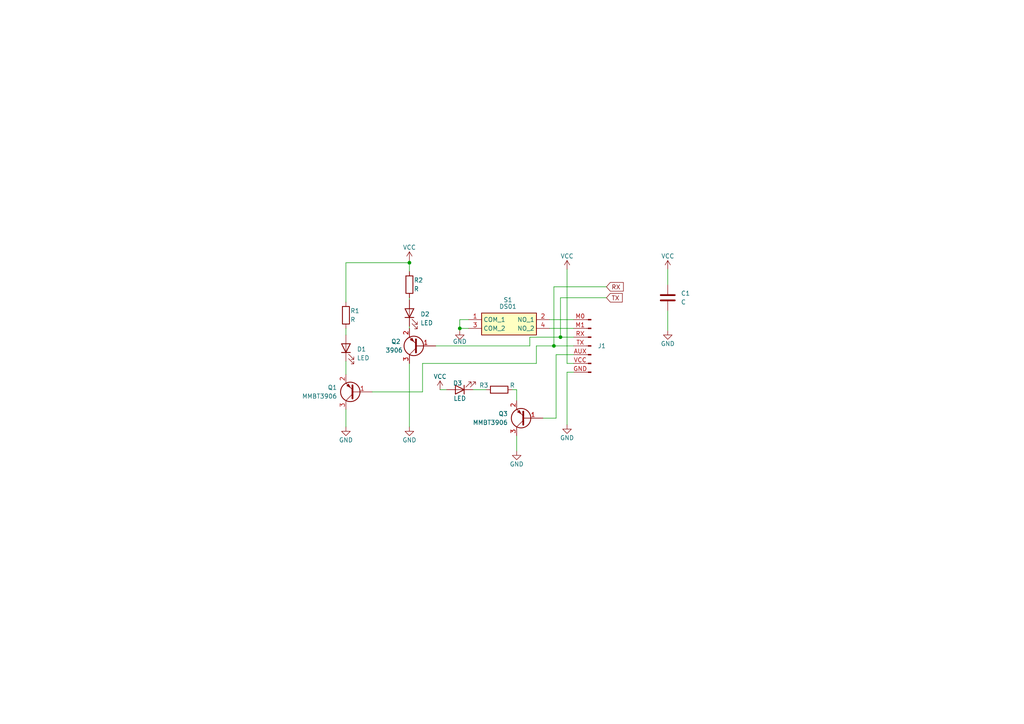
<source format=kicad_sch>
(kicad_sch (version 20230121) (generator eeschema)

  (uuid 1cc44aae-37f2-4bdc-827c-893f3f4ea2ba)

  (paper "A4")

  (lib_symbols
    (symbol "Connector:Conn_01x07_Pin" (pin_names (offset 1.016) hide) (in_bom yes) (on_board yes)
      (property "Reference" "J1" (at -1.905 0 0)
        (effects (font (size 1.27 1.27)) (justify right))
      )
      (property "Value" "Conn_01x07_Pin" (at -1.905 -1.27 0)
        (effects (font (size 1.27 1.27)) (justify right) hide)
      )
      (property "Footprint" "" (at 0 0 0)
        (effects (font (size 1.27 1.27)) hide)
      )
      (property "Datasheet" "~" (at 0 0 0)
        (effects (font (size 1.27 1.27)) hide)
      )
      (property "ki_locked" "" (at 0 0 0)
        (effects (font (size 1.27 1.27)))
      )
      (property "ki_keywords" "connector" (at 0 0 0)
        (effects (font (size 1.27 1.27)) hide)
      )
      (property "ki_description" "Generic connector, single row, 01x07, script generated" (at 0 0 0)
        (effects (font (size 1.27 1.27)) hide)
      )
      (property "ki_fp_filters" "Connector*:*_1x??_*" (at 0 0 0)
        (effects (font (size 1.27 1.27)) hide)
      )
      (symbol "Conn_01x07_Pin_1_1"
        (polyline
          (pts
            (xy 1.27 -7.62)
            (xy 0.8636 -7.62)
          )
          (stroke (width 0.1524) (type default))
          (fill (type none))
        )
        (polyline
          (pts
            (xy 1.27 -5.08)
            (xy 0.8636 -5.08)
          )
          (stroke (width 0.1524) (type default))
          (fill (type none))
        )
        (polyline
          (pts
            (xy 1.27 -2.54)
            (xy 0.8636 -2.54)
          )
          (stroke (width 0.1524) (type default))
          (fill (type none))
        )
        (polyline
          (pts
            (xy 1.27 0)
            (xy 0.8636 0)
          )
          (stroke (width 0.1524) (type default))
          (fill (type none))
        )
        (polyline
          (pts
            (xy 1.27 2.54)
            (xy 0.8636 2.54)
          )
          (stroke (width 0.1524) (type default))
          (fill (type none))
        )
        (polyline
          (pts
            (xy 1.27 5.08)
            (xy 0.8636 5.08)
          )
          (stroke (width 0.1524) (type default))
          (fill (type none))
        )
        (polyline
          (pts
            (xy 1.27 7.62)
            (xy 0.8636 7.62)
          )
          (stroke (width 0.1524) (type default))
          (fill (type none))
        )
        (rectangle (start 0.8636 -7.493) (end 0 -7.747)
          (stroke (width 0.1524) (type default))
          (fill (type outline))
        )
        (rectangle (start 0.8636 -4.953) (end 0 -5.207)
          (stroke (width 0.1524) (type default))
          (fill (type outline))
        )
        (rectangle (start 0.8636 -2.413) (end 0 -2.667)
          (stroke (width 0.1524) (type default))
          (fill (type outline))
        )
        (rectangle (start 0.8636 0.127) (end 0 -0.127)
          (stroke (width 0.1524) (type default))
          (fill (type outline))
        )
        (rectangle (start 0.8636 2.667) (end 0 2.413)
          (stroke (width 0.1524) (type default))
          (fill (type outline))
        )
        (rectangle (start 0.8636 5.207) (end 0 4.953)
          (stroke (width 0.1524) (type default))
          (fill (type outline))
        )
        (rectangle (start 0.8636 7.747) (end 0 7.493)
          (stroke (width 0.1524) (type default))
          (fill (type outline))
        )
        (pin passive line (at 5.08 -2.54 180) (length 3.81)
          (name "AUX" (effects (font (size 1.27 1.27))))
          (number "AUX" (effects (font (size 1.27 1.27))))
        )
        (pin passive line (at 5.08 -7.62 180) (length 3.81)
          (name "GND" (effects (font (size 1.27 1.27))))
          (number "GND" (effects (font (size 1.27 1.27))))
        )
        (pin passive line (at 5.08 7.62 180) (length 3.81)
          (name "M0" (effects (font (size 1.27 1.27))))
          (number "M0" (effects (font (size 1.27 1.27))))
        )
        (pin input line (at 5.08 5.08 180) (length 3.81)
          (name "M1" (effects (font (size 1.27 1.27))))
          (number "M1" (effects (font (size 1.27 1.27))))
        )
        (pin passive line (at 5.08 2.54 180) (length 3.81)
          (name "RX" (effects (font (size 1.27 1.27))))
          (number "RX" (effects (font (size 1.27 1.27))))
        )
        (pin passive line (at 5.08 0 180) (length 3.81)
          (name "TX" (effects (font (size 1.27 1.27))))
          (number "TX" (effects (font (size 1.27 1.27))))
        )
        (pin passive line (at 5.08 -5.08 180) (length 3.81)
          (name "VCC" (effects (font (size 1.27 1.27))))
          (number "VCC" (effects (font (size 1.27 1.27))))
        )
      )
    )
    (symbol "DS01-254-S-02BE:DS01-254-S-02BE" (in_bom yes) (on_board yes)
      (property "Reference" "S1" (at 13.335 5.715 0)
        (effects (font (size 1.27 1.27)))
      )
      (property "Value" "DS01" (at 13.335 3.81 0)
        (effects (font (size 1.27 1.27)))
      )
      (property "Footprint" "DS01254S02BE" (at 26.67 -94.92 0)
        (effects (font (size 1.27 1.27)) (justify left top) hide)
      )
      (property "Datasheet" "" (at 26.67 -194.92 0)
        (effects (font (size 1.27 1.27)) (justify left top) hide)
      )
      (property "Height" "7" (at 26.67 -394.92 0)
        (effects (font (size 1.27 1.27)) (justify left top) hide)
      )
      (property "Mouser Part Number" "490-DS01-254-S-02BE" (at 26.67 -494.92 0)
        (effects (font (size 1.27 1.27)) (justify left top) hide)
      )
      (property "Mouser Price/Stock" "https://www.mouser.co.uk/ProductDetail/CUI-Devices/DS01-254-S-02BE?qs=wnTfsH77Xs5TMuWKJlzVww%3D%3D" (at 26.67 -594.92 0)
        (effects (font (size 1.27 1.27)) (justify left top) hide)
      )
      (property "Manufacturer_Name" "CUI Devices" (at 26.67 -694.92 0)
        (effects (font (size 1.27 1.27)) (justify left top) hide)
      )
      (property "Manufacturer_Part_Number" "DS01-254-S-02BE" (at 26.67 -794.92 0)
        (effects (font (size 1.27 1.27)) (justify left top) hide)
      )
      (property "ki_description" "DIP Switches / SIP Switches DIP Switch, SPST, 2.54 pitch, raised actuator, flat bottom, Short pin, 2 position, Blue" (at 0 0 0)
        (effects (font (size 1.27 1.27)) hide)
      )
      (symbol "DS01-254-S-02BE_1_1"
        (rectangle (start 5.08 1.905) (end 20.955 -4.445)
          (stroke (width 0.254) (type default))
          (fill (type background))
        )
        (pin passive line (at 24.765 0 180) (length 3.81)
          (name "COM_1" (effects (font (size 1.27 1.27))))
          (number "1" (effects (font (size 1.27 1.27))))
        )
        (pin passive line (at 1.27 0 0) (length 3.81)
          (name "NO_1" (effects (font (size 1.27 1.27))))
          (number "2" (effects (font (size 1.27 1.27))))
        )
        (pin passive line (at 24.765 -2.54 180) (length 3.81)
          (name "COM_2" (effects (font (size 1.27 1.27))))
          (number "3" (effects (font (size 1.27 1.27))))
        )
        (pin passive line (at 1.27 -2.54 0) (length 3.81)
          (name "NO_2" (effects (font (size 1.27 1.27))))
          (number "4" (effects (font (size 1.27 1.27))))
        )
      )
    )
    (symbol "Device:C" (pin_numbers hide) (pin_names (offset 0.254)) (in_bom yes) (on_board yes)
      (property "Reference" "C" (at 0.635 2.54 0)
        (effects (font (size 1.27 1.27)) (justify left))
      )
      (property "Value" "C" (at 0.635 -2.54 0)
        (effects (font (size 1.27 1.27)) (justify left))
      )
      (property "Footprint" "" (at 0.9652 -3.81 0)
        (effects (font (size 1.27 1.27)) hide)
      )
      (property "Datasheet" "~" (at 0 0 0)
        (effects (font (size 1.27 1.27)) hide)
      )
      (property "ki_keywords" "cap capacitor" (at 0 0 0)
        (effects (font (size 1.27 1.27)) hide)
      )
      (property "ki_description" "Unpolarized capacitor" (at 0 0 0)
        (effects (font (size 1.27 1.27)) hide)
      )
      (property "ki_fp_filters" "C_*" (at 0 0 0)
        (effects (font (size 1.27 1.27)) hide)
      )
      (symbol "C_0_1"
        (polyline
          (pts
            (xy -2.032 -0.762)
            (xy 2.032 -0.762)
          )
          (stroke (width 0.508) (type default))
          (fill (type none))
        )
        (polyline
          (pts
            (xy -2.032 0.762)
            (xy 2.032 0.762)
          )
          (stroke (width 0.508) (type default))
          (fill (type none))
        )
      )
      (symbol "C_1_1"
        (pin passive line (at 0 3.81 270) (length 2.794)
          (name "~" (effects (font (size 1.27 1.27))))
          (number "1" (effects (font (size 1.27 1.27))))
        )
        (pin passive line (at 0 -3.81 90) (length 2.794)
          (name "~" (effects (font (size 1.27 1.27))))
          (number "2" (effects (font (size 1.27 1.27))))
        )
      )
    )
    (symbol "Device:LED" (pin_numbers hide) (pin_names (offset 1.016) hide) (in_bom yes) (on_board yes)
      (property "Reference" "D" (at 0 2.54 0)
        (effects (font (size 1.27 1.27)))
      )
      (property "Value" "LED" (at 0 -2.54 0)
        (effects (font (size 1.27 1.27)))
      )
      (property "Footprint" "" (at 0 0 0)
        (effects (font (size 1.27 1.27)) hide)
      )
      (property "Datasheet" "~" (at 0 0 0)
        (effects (font (size 1.27 1.27)) hide)
      )
      (property "ki_keywords" "LED diode" (at 0 0 0)
        (effects (font (size 1.27 1.27)) hide)
      )
      (property "ki_description" "Light emitting diode" (at 0 0 0)
        (effects (font (size 1.27 1.27)) hide)
      )
      (property "ki_fp_filters" "LED* LED_SMD:* LED_THT:*" (at 0 0 0)
        (effects (font (size 1.27 1.27)) hide)
      )
      (symbol "LED_0_1"
        (polyline
          (pts
            (xy -1.27 -1.27)
            (xy -1.27 1.27)
          )
          (stroke (width 0.254) (type default))
          (fill (type none))
        )
        (polyline
          (pts
            (xy -1.27 0)
            (xy 1.27 0)
          )
          (stroke (width 0) (type default))
          (fill (type none))
        )
        (polyline
          (pts
            (xy 1.27 -1.27)
            (xy 1.27 1.27)
            (xy -1.27 0)
            (xy 1.27 -1.27)
          )
          (stroke (width 0.254) (type default))
          (fill (type none))
        )
        (polyline
          (pts
            (xy -3.048 -0.762)
            (xy -4.572 -2.286)
            (xy -3.81 -2.286)
            (xy -4.572 -2.286)
            (xy -4.572 -1.524)
          )
          (stroke (width 0) (type default))
          (fill (type none))
        )
        (polyline
          (pts
            (xy -1.778 -0.762)
            (xy -3.302 -2.286)
            (xy -2.54 -2.286)
            (xy -3.302 -2.286)
            (xy -3.302 -1.524)
          )
          (stroke (width 0) (type default))
          (fill (type none))
        )
      )
      (symbol "LED_1_1"
        (pin passive line (at -3.81 0 0) (length 2.54)
          (name "K" (effects (font (size 1.27 1.27))))
          (number "1" (effects (font (size 1.27 1.27))))
        )
        (pin passive line (at 3.81 0 180) (length 2.54)
          (name "A" (effects (font (size 1.27 1.27))))
          (number "2" (effects (font (size 1.27 1.27))))
        )
      )
    )
    (symbol "Device:R" (pin_numbers hide) (pin_names (offset 0)) (in_bom yes) (on_board yes)
      (property "Reference" "R" (at 2.032 0 90)
        (effects (font (size 1.27 1.27)))
      )
      (property "Value" "R" (at 0 0 90)
        (effects (font (size 1.27 1.27)))
      )
      (property "Footprint" "" (at -1.778 0 90)
        (effects (font (size 1.27 1.27)) hide)
      )
      (property "Datasheet" "~" (at 0 0 0)
        (effects (font (size 1.27 1.27)) hide)
      )
      (property "ki_keywords" "R res resistor" (at 0 0 0)
        (effects (font (size 1.27 1.27)) hide)
      )
      (property "ki_description" "Resistor" (at 0 0 0)
        (effects (font (size 1.27 1.27)) hide)
      )
      (property "ki_fp_filters" "R_*" (at 0 0 0)
        (effects (font (size 1.27 1.27)) hide)
      )
      (symbol "R_0_1"
        (rectangle (start -1.016 -2.54) (end 1.016 2.54)
          (stroke (width 0.254) (type default))
          (fill (type none))
        )
      )
      (symbol "R_1_1"
        (pin passive line (at 0 3.81 270) (length 1.27)
          (name "~" (effects (font (size 1.27 1.27))))
          (number "1" (effects (font (size 1.27 1.27))))
        )
        (pin passive line (at 0 -3.81 90) (length 1.27)
          (name "~" (effects (font (size 1.27 1.27))))
          (number "2" (effects (font (size 1.27 1.27))))
        )
      )
    )
    (symbol "Transistor_BJT:MMBT3906" (pin_names (offset 0) hide) (in_bom yes) (on_board yes)
      (property "Reference" "Q" (at 5.08 1.905 0)
        (effects (font (size 1.27 1.27)) (justify left))
      )
      (property "Value" "MMBT3906" (at 5.08 0 0)
        (effects (font (size 1.27 1.27)) (justify left))
      )
      (property "Footprint" "Package_TO_SOT_SMD:SOT-23" (at 5.08 -1.905 0)
        (effects (font (size 1.27 1.27) italic) (justify left) hide)
      )
      (property "Datasheet" "https://www.onsemi.com/pub/Collateral/2N3906-D.PDF" (at 0 0 0)
        (effects (font (size 1.27 1.27)) (justify left) hide)
      )
      (property "ki_keywords" "PNP Transistor" (at 0 0 0)
        (effects (font (size 1.27 1.27)) hide)
      )
      (property "ki_description" "-0.2A Ic, -40V Vce, Small Signal PNP Transistor, SOT-23" (at 0 0 0)
        (effects (font (size 1.27 1.27)) hide)
      )
      (property "ki_fp_filters" "SOT?23*" (at 0 0 0)
        (effects (font (size 1.27 1.27)) hide)
      )
      (symbol "MMBT3906_0_1"
        (polyline
          (pts
            (xy 0.635 0.635)
            (xy 2.54 2.54)
          )
          (stroke (width 0) (type default))
          (fill (type none))
        )
        (polyline
          (pts
            (xy 0.635 -0.635)
            (xy 2.54 -2.54)
            (xy 2.54 -2.54)
          )
          (stroke (width 0) (type default))
          (fill (type none))
        )
        (polyline
          (pts
            (xy 0.635 1.905)
            (xy 0.635 -1.905)
            (xy 0.635 -1.905)
          )
          (stroke (width 0.508) (type default))
          (fill (type none))
        )
        (polyline
          (pts
            (xy 2.286 -1.778)
            (xy 1.778 -2.286)
            (xy 1.27 -1.27)
            (xy 2.286 -1.778)
            (xy 2.286 -1.778)
          )
          (stroke (width 0) (type default))
          (fill (type outline))
        )
        (circle (center 1.27 0) (radius 2.8194)
          (stroke (width 0.254) (type default))
          (fill (type none))
        )
      )
      (symbol "MMBT3906_1_1"
        (pin input line (at -5.08 0 0) (length 5.715)
          (name "B" (effects (font (size 1.27 1.27))))
          (number "1" (effects (font (size 1.27 1.27))))
        )
        (pin passive line (at 2.54 -5.08 90) (length 2.54)
          (name "E" (effects (font (size 1.27 1.27))))
          (number "2" (effects (font (size 1.27 1.27))))
        )
        (pin passive line (at 2.54 5.08 270) (length 2.54)
          (name "C" (effects (font (size 1.27 1.27))))
          (number "3" (effects (font (size 1.27 1.27))))
        )
      )
    )
    (symbol "power:GND" (power) (pin_names (offset 0)) (in_bom yes) (on_board yes)
      (property "Reference" "#PWR" (at 0 -6.35 0)
        (effects (font (size 1.27 1.27)) hide)
      )
      (property "Value" "GND" (at 0 -3.81 0)
        (effects (font (size 1.27 1.27)))
      )
      (property "Footprint" "" (at 0 0 0)
        (effects (font (size 1.27 1.27)) hide)
      )
      (property "Datasheet" "" (at 0 0 0)
        (effects (font (size 1.27 1.27)) hide)
      )
      (property "ki_keywords" "global power" (at 0 0 0)
        (effects (font (size 1.27 1.27)) hide)
      )
      (property "ki_description" "Power symbol creates a global label with name \"GND\" , ground" (at 0 0 0)
        (effects (font (size 1.27 1.27)) hide)
      )
      (symbol "GND_0_1"
        (polyline
          (pts
            (xy 0 0)
            (xy 0 -1.27)
            (xy 1.27 -1.27)
            (xy 0 -2.54)
            (xy -1.27 -1.27)
            (xy 0 -1.27)
          )
          (stroke (width 0) (type default))
          (fill (type none))
        )
      )
      (symbol "GND_1_1"
        (pin power_in line (at 0 0 270) (length 0) hide
          (name "GND" (effects (font (size 1.27 1.27))))
          (number "1" (effects (font (size 1.27 1.27))))
        )
      )
    )
    (symbol "power:VCC" (power) (pin_names (offset 0)) (in_bom yes) (on_board yes)
      (property "Reference" "#PWR" (at 0 -3.81 0)
        (effects (font (size 1.27 1.27)) hide)
      )
      (property "Value" "VCC" (at 0 3.81 0)
        (effects (font (size 1.27 1.27)))
      )
      (property "Footprint" "" (at 0 0 0)
        (effects (font (size 1.27 1.27)) hide)
      )
      (property "Datasheet" "" (at 0 0 0)
        (effects (font (size 1.27 1.27)) hide)
      )
      (property "ki_keywords" "global power" (at 0 0 0)
        (effects (font (size 1.27 1.27)) hide)
      )
      (property "ki_description" "Power symbol creates a global label with name \"VCC\"" (at 0 0 0)
        (effects (font (size 1.27 1.27)) hide)
      )
      (symbol "VCC_0_1"
        (polyline
          (pts
            (xy -0.762 1.27)
            (xy 0 2.54)
          )
          (stroke (width 0) (type default))
          (fill (type none))
        )
        (polyline
          (pts
            (xy 0 0)
            (xy 0 2.54)
          )
          (stroke (width 0) (type default))
          (fill (type none))
        )
        (polyline
          (pts
            (xy 0 2.54)
            (xy 0.762 1.27)
          )
          (stroke (width 0) (type default))
          (fill (type none))
        )
      )
      (symbol "VCC_1_1"
        (pin power_in line (at 0 0 90) (length 0) hide
          (name "VCC" (effects (font (size 1.27 1.27))))
          (number "1" (effects (font (size 1.27 1.27))))
        )
      )
    )
  )

  (junction (at 118.745 76.2) (diameter 0) (color 0 0 0 0)
    (uuid 024365cf-4513-43b4-94d6-b4fdccb1d95e)
  )
  (junction (at 160.655 100.33) (diameter 0) (color 0 0 0 0)
    (uuid 47e40843-38b4-4bc6-ba25-8f9f3ced0669)
  )
  (junction (at 162.56 97.79) (diameter 0) (color 0 0 0 0)
    (uuid 6d176b91-6a65-4400-9122-c6c55b8cc5f9)
  )
  (junction (at 133.35 95.25) (diameter 0) (color 0 0 0 0)
    (uuid 6ea25208-2498-441f-9414-8542ebf3b812)
  )

  (wire (pts (xy 175.895 86.36) (xy 162.56 86.36))
    (stroke (width 0) (type default))
    (uuid 0234f2e4-527b-47a0-ba06-f25fcce45a37)
  )
  (wire (pts (xy 175.895 83.185) (xy 160.655 83.185))
    (stroke (width 0) (type default))
    (uuid 12d42688-a64f-43cc-ab09-a4b8b67d4f48)
  )
  (wire (pts (xy 100.33 76.2) (xy 118.745 76.2))
    (stroke (width 0) (type default))
    (uuid 1b1f12b7-6179-4170-bd00-df4295acbc64)
  )
  (wire (pts (xy 133.35 92.71) (xy 133.35 95.25))
    (stroke (width 0) (type default))
    (uuid 1ccbda6a-44bc-4680-a8fe-fada3b3c16f7)
  )
  (wire (pts (xy 153.67 100.33) (xy 126.365 100.33))
    (stroke (width 0) (type default))
    (uuid 41392eaf-3c7a-4754-b147-75ba4fa661a5)
  )
  (wire (pts (xy 159.385 95.25) (xy 166.37 95.25))
    (stroke (width 0) (type default))
    (uuid 41f686d0-873a-45fd-9e3b-04e66fe5ea4b)
  )
  (wire (pts (xy 127.635 113.03) (xy 129.54 113.03))
    (stroke (width 0) (type default))
    (uuid 480fc1b1-3607-49fd-8835-5ec138a776bd)
  )
  (wire (pts (xy 118.745 75.565) (xy 118.745 76.2))
    (stroke (width 0) (type default))
    (uuid 49580e08-5aea-421c-93e3-a0f8160375fa)
  )
  (wire (pts (xy 118.745 105.41) (xy 118.745 123.825))
    (stroke (width 0) (type default))
    (uuid 54e9f9f1-af69-4a74-9294-bc6954287c9e)
  )
  (wire (pts (xy 155.575 105.41) (xy 155.575 100.33))
    (stroke (width 0) (type default))
    (uuid 5765c6dd-5055-47dd-9dc9-322e5c62b69b)
  )
  (wire (pts (xy 118.745 94.615) (xy 118.745 95.25))
    (stroke (width 0) (type default))
    (uuid 598e20c2-1fae-4563-98e0-8fca8619e013)
  )
  (wire (pts (xy 122.555 105.41) (xy 122.555 113.665))
    (stroke (width 0) (type default))
    (uuid 5c5b9bda-62fa-473b-863a-b6b1ec1aaf70)
  )
  (wire (pts (xy 162.56 86.36) (xy 162.56 97.79))
    (stroke (width 0) (type default))
    (uuid 5e065bdb-7ef1-4b58-a5db-102c921b49e6)
  )
  (wire (pts (xy 164.465 105.41) (xy 164.465 78.105))
    (stroke (width 0) (type default))
    (uuid 5e17848c-23f2-4f56-9faf-663377f0981a)
  )
  (wire (pts (xy 148.59 113.03) (xy 149.86 113.03))
    (stroke (width 0) (type default))
    (uuid 648a6ea6-9817-4b0e-acb1-1eb66d6c2545)
  )
  (wire (pts (xy 155.575 100.33) (xy 160.655 100.33))
    (stroke (width 0) (type default))
    (uuid 64e8b404-a9e8-46ab-a180-65db896dafc7)
  )
  (wire (pts (xy 166.37 102.87) (xy 161.29 102.87))
    (stroke (width 0) (type default))
    (uuid 683a6f63-994c-498d-bc9e-0457ae262e6e)
  )
  (wire (pts (xy 161.29 102.87) (xy 161.29 121.285))
    (stroke (width 0) (type default))
    (uuid 6f897d85-d37a-4af5-a387-45585d8de581)
  )
  (wire (pts (xy 161.29 121.285) (xy 157.48 121.285))
    (stroke (width 0) (type default))
    (uuid 763e0f59-7cf8-4cd7-9507-790a549e7b56)
  )
  (wire (pts (xy 162.56 97.79) (xy 153.67 97.79))
    (stroke (width 0) (type default))
    (uuid 7717a432-9108-436e-92d0-d25bffa8370e)
  )
  (wire (pts (xy 166.37 97.79) (xy 162.56 97.79))
    (stroke (width 0) (type default))
    (uuid 78a6ef40-43aa-4da7-8c1d-acc950afc7f0)
  )
  (wire (pts (xy 193.675 90.17) (xy 193.675 95.885))
    (stroke (width 0) (type default))
    (uuid 7e0b0f57-7e27-4c5a-b90b-2fe99c26bb13)
  )
  (wire (pts (xy 100.33 76.2) (xy 100.33 87.63))
    (stroke (width 0) (type default))
    (uuid 826f64dd-59df-4262-9030-9e2841262f8b)
  )
  (wire (pts (xy 135.89 92.71) (xy 133.35 92.71))
    (stroke (width 0) (type default))
    (uuid 830fe9ce-056c-4d6c-994b-b3287a4900c3)
  )
  (wire (pts (xy 166.37 105.41) (xy 164.465 105.41))
    (stroke (width 0) (type default))
    (uuid 8712f552-f94f-464f-a038-85fee52e5140)
  )
  (wire (pts (xy 149.86 113.03) (xy 149.86 116.205))
    (stroke (width 0) (type default))
    (uuid 9dd54831-7e90-4c61-a8c7-9f0556585566)
  )
  (wire (pts (xy 118.745 86.36) (xy 118.745 86.995))
    (stroke (width 0) (type default))
    (uuid 9f33f86b-fe62-40f7-b5a5-4b9d2a1f68cd)
  )
  (wire (pts (xy 160.655 83.185) (xy 160.655 100.33))
    (stroke (width 0) (type default))
    (uuid a4138631-012b-4652-8d04-0e6902ed9381)
  )
  (wire (pts (xy 100.33 108.585) (xy 100.33 104.775))
    (stroke (width 0) (type default))
    (uuid b0281658-b2ef-4a1a-95e4-78610806aade)
  )
  (wire (pts (xy 160.655 100.33) (xy 166.37 100.33))
    (stroke (width 0) (type default))
    (uuid b0d35495-ab3a-4bce-8f0f-315750d5a919)
  )
  (wire (pts (xy 135.89 95.25) (xy 133.35 95.25))
    (stroke (width 0) (type default))
    (uuid b10cc072-4d8c-446f-82a5-84151942fd90)
  )
  (wire (pts (xy 164.465 123.19) (xy 164.465 107.95))
    (stroke (width 0) (type default))
    (uuid b5436203-e8cb-4104-b5c4-0b0ad5ea5128)
  )
  (wire (pts (xy 149.86 130.81) (xy 149.86 126.365))
    (stroke (width 0) (type default))
    (uuid b780186d-8d09-429c-9d1b-333921040f61)
  )
  (wire (pts (xy 137.16 113.03) (xy 140.97 113.03))
    (stroke (width 0) (type default))
    (uuid ba884830-f1da-43ea-b99d-0320e271b016)
  )
  (wire (pts (xy 100.33 95.25) (xy 100.33 97.155))
    (stroke (width 0) (type default))
    (uuid c4a3bf32-caa1-43a5-92b8-9737a2f376b2)
  )
  (wire (pts (xy 153.67 97.79) (xy 153.67 100.33))
    (stroke (width 0) (type default))
    (uuid c626ba2f-e136-462d-aab9-5fe4309aa26c)
  )
  (wire (pts (xy 122.555 113.665) (xy 107.95 113.665))
    (stroke (width 0) (type default))
    (uuid ce0f0d69-d144-4f1b-89d1-e39bc15f6f3d)
  )
  (wire (pts (xy 159.385 92.71) (xy 166.37 92.71))
    (stroke (width 0) (type default))
    (uuid ce1a7253-cb5f-4eda-942d-ba8bd5b6c353)
  )
  (wire (pts (xy 118.745 76.2) (xy 118.745 78.74))
    (stroke (width 0) (type default))
    (uuid dd9b0257-ae3f-48f8-9545-5d3d24d1bd4e)
  )
  (wire (pts (xy 193.675 78.105) (xy 193.675 82.55))
    (stroke (width 0) (type default))
    (uuid e14296a7-86af-4107-8c46-bde40f140e25)
  )
  (wire (pts (xy 100.33 118.745) (xy 100.33 123.825))
    (stroke (width 0) (type default))
    (uuid e87fbb89-8bbb-42d2-a32c-ce8e7c785769)
  )
  (wire (pts (xy 122.555 105.41) (xy 155.575 105.41))
    (stroke (width 0) (type default))
    (uuid ed61cdda-9f52-48d6-82dd-f1e81637c709)
  )
  (wire (pts (xy 164.465 107.95) (xy 166.37 107.95))
    (stroke (width 0) (type default))
    (uuid ef5b7fb8-8cf6-4a5b-9bbf-2c7de0cfd873)
  )
  (wire (pts (xy 133.35 95.25) (xy 133.35 95.885))
    (stroke (width 0) (type default))
    (uuid f5db6a0f-f59b-4910-b4ac-5b2930c26647)
  )

  (global_label "RX" (shape input) (at 175.895 83.185 0) (fields_autoplaced)
    (effects (font (size 1.27 1.27)) (justify left))
    (uuid 7d279125-a885-45ca-8efe-48fff7cce8d0)
    (property "Intersheetrefs" "${INTERSHEET_REFS}" (at 181.2803 83.185 0)
      (effects (font (size 1.27 1.27)) (justify left) hide)
    )
  )
  (global_label "TX" (shape input) (at 175.895 86.36 0) (fields_autoplaced)
    (effects (font (size 1.27 1.27)) (justify left))
    (uuid f46fad43-07fa-429f-b588-5fec2d5a4b95)
    (property "Intersheetrefs" "${INTERSHEET_REFS}" (at 180.9779 86.36 0)
      (effects (font (size 1.27 1.27)) (justify left) hide)
    )
  )

  (symbol (lib_id "power:GND") (at 118.745 123.825 0) (unit 1)
    (in_bom yes) (on_board yes) (dnp no)
    (uuid 058f486e-6991-4933-b1f6-dc67f5d91139)
    (property "Reference" "#PWR03" (at 118.745 130.175 0)
      (effects (font (size 1.27 1.27)) hide)
    )
    (property "Value" "GND" (at 118.745 127.635 0)
      (effects (font (size 1.27 1.27)))
    )
    (property "Footprint" "" (at 118.745 123.825 0)
      (effects (font (size 1.27 1.27)) hide)
    )
    (property "Datasheet" "" (at 118.745 123.825 0)
      (effects (font (size 1.27 1.27)) hide)
    )
    (pin "1" (uuid 40c98096-2605-4737-9124-da01f7ccef34))
    (instances
      (project "0036_LORA_Module_E32-433T30D"
        (path "/1cc44aae-37f2-4bdc-827c-893f3f4ea2ba"
          (reference "#PWR03") (unit 1)
        )
      )
    )
  )

  (symbol (lib_id "power:GND") (at 100.33 123.825 0) (unit 1)
    (in_bom yes) (on_board yes) (dnp no)
    (uuid 0b9b04b9-babb-4972-b735-7f63ac219659)
    (property "Reference" "#PWR02" (at 100.33 130.175 0)
      (effects (font (size 1.27 1.27)) hide)
    )
    (property "Value" "GND" (at 100.33 127.635 0)
      (effects (font (size 1.27 1.27)))
    )
    (property "Footprint" "" (at 100.33 123.825 0)
      (effects (font (size 1.27 1.27)) hide)
    )
    (property "Datasheet" "" (at 100.33 123.825 0)
      (effects (font (size 1.27 1.27)) hide)
    )
    (pin "1" (uuid 015b2f04-e412-48e8-8a6a-9f60199fabb9))
    (instances
      (project "0036_LORA_Module_E32-433T30D"
        (path "/1cc44aae-37f2-4bdc-827c-893f3f4ea2ba"
          (reference "#PWR02") (unit 1)
        )
      )
    )
  )

  (symbol (lib_id "Transistor_BJT:MMBT3906") (at 121.285 100.33 180) (unit 1)
    (in_bom yes) (on_board yes) (dnp no)
    (uuid 0c4ec381-f85c-4be1-8ddd-450881dfe4fd)
    (property "Reference" "Q2" (at 116.205 99.06 0)
      (effects (font (size 1.27 1.27)) (justify left))
    )
    (property "Value" "3906" (at 116.84 101.6 0)
      (effects (font (size 1.27 1.27)) (justify left))
    )
    (property "Footprint" "Package_TO_SOT_SMD:SOT-23" (at 116.205 98.425 0)
      (effects (font (size 1.27 1.27) italic) (justify left) hide)
    )
    (property "Datasheet" "https://www.onsemi.com/pub/Collateral/2N3906-D.PDF" (at 121.285 100.33 0)
      (effects (font (size 1.27 1.27)) (justify left) hide)
    )
    (pin "1" (uuid 91d78b92-ba30-4da6-b4e8-21659bfed587))
    (pin "2" (uuid 32e4c795-c83c-4dc6-9a78-8443629be161))
    (pin "3" (uuid 0771165f-3a25-4a99-9140-b0212c8a6c8e))
    (instances
      (project "0036_LORA_Module_E32-433T30D"
        (path "/1cc44aae-37f2-4bdc-827c-893f3f4ea2ba"
          (reference "Q2") (unit 1)
        )
      )
    )
  )

  (symbol (lib_id "Transistor_BJT:MMBT3906") (at 102.87 113.665 180) (unit 1)
    (in_bom yes) (on_board yes) (dnp no) (fields_autoplaced)
    (uuid 0e6052a3-bdf3-401d-9cd4-b43261d493c4)
    (property "Reference" "Q1" (at 97.79 112.395 0)
      (effects (font (size 1.27 1.27)) (justify left))
    )
    (property "Value" "MMBT3906" (at 97.79 114.935 0)
      (effects (font (size 1.27 1.27)) (justify left))
    )
    (property "Footprint" "Package_TO_SOT_SMD:SOT-23" (at 97.79 111.76 0)
      (effects (font (size 1.27 1.27) italic) (justify left) hide)
    )
    (property "Datasheet" "https://www.onsemi.com/pub/Collateral/2N3906-D.PDF" (at 102.87 113.665 0)
      (effects (font (size 1.27 1.27)) (justify left) hide)
    )
    (pin "1" (uuid f4c5fde0-164f-4798-9c01-8733e03a1416))
    (pin "2" (uuid 16e0ef04-2635-40b8-ad83-aac14c0bca83))
    (pin "3" (uuid bf15993f-0ff9-4d72-a188-02cc000fac35))
    (instances
      (project "0036_LORA_Module_E32-433T30D"
        (path "/1cc44aae-37f2-4bdc-827c-893f3f4ea2ba"
          (reference "Q1") (unit 1)
        )
      )
    )
  )

  (symbol (lib_id "power:GND") (at 164.465 123.19 0) (unit 1)
    (in_bom yes) (on_board yes) (dnp no)
    (uuid 15174e79-070d-4b0f-ae50-1dcafd439a8c)
    (property "Reference" "#PWR07" (at 164.465 129.54 0)
      (effects (font (size 1.27 1.27)) hide)
    )
    (property "Value" "GND" (at 164.465 127 0)
      (effects (font (size 1.27 1.27)))
    )
    (property "Footprint" "" (at 164.465 123.19 0)
      (effects (font (size 1.27 1.27)) hide)
    )
    (property "Datasheet" "" (at 164.465 123.19 0)
      (effects (font (size 1.27 1.27)) hide)
    )
    (pin "1" (uuid bd84910f-8a34-4409-ae82-fbefb4bb62d9))
    (instances
      (project "0036_LORA_Module_E32-433T30D"
        (path "/1cc44aae-37f2-4bdc-827c-893f3f4ea2ba"
          (reference "#PWR07") (unit 1)
        )
      )
    )
  )

  (symbol (lib_id "power:VCC") (at 164.465 78.105 0) (unit 1)
    (in_bom yes) (on_board yes) (dnp no)
    (uuid 160eac55-25aa-4210-895a-f882d547d11f)
    (property "Reference" "#PWR08" (at 164.465 81.915 0)
      (effects (font (size 1.27 1.27)) hide)
    )
    (property "Value" "VCC" (at 164.465 74.295 0)
      (effects (font (size 1.27 1.27)))
    )
    (property "Footprint" "" (at 164.465 78.105 0)
      (effects (font (size 1.27 1.27)) hide)
    )
    (property "Datasheet" "" (at 164.465 78.105 0)
      (effects (font (size 1.27 1.27)) hide)
    )
    (pin "1" (uuid 85eaaf8e-04d4-4299-81f5-5930e2315283))
    (instances
      (project "0036_LORA_Module_E32-433T30D"
        (path "/1cc44aae-37f2-4bdc-827c-893f3f4ea2ba"
          (reference "#PWR08") (unit 1)
        )
      )
    )
  )

  (symbol (lib_id "power:GND") (at 149.86 130.81 0) (unit 1)
    (in_bom yes) (on_board yes) (dnp no)
    (uuid 176d3ce2-06d0-4ee0-abdc-90c7f6d496f9)
    (property "Reference" "#PWR05" (at 149.86 137.16 0)
      (effects (font (size 1.27 1.27)) hide)
    )
    (property "Value" "GND" (at 149.86 134.62 0)
      (effects (font (size 1.27 1.27)))
    )
    (property "Footprint" "" (at 149.86 130.81 0)
      (effects (font (size 1.27 1.27)) hide)
    )
    (property "Datasheet" "" (at 149.86 130.81 0)
      (effects (font (size 1.27 1.27)) hide)
    )
    (pin "1" (uuid 8629d1f3-e502-47dc-846a-de29854e3b5a))
    (instances
      (project "0036_LORA_Module_E32-433T30D"
        (path "/1cc44aae-37f2-4bdc-827c-893f3f4ea2ba"
          (reference "#PWR05") (unit 1)
        )
      )
    )
  )

  (symbol (lib_id "Device:LED") (at 133.35 113.03 180) (unit 1)
    (in_bom yes) (on_board yes) (dnp no)
    (uuid 21aa7e70-bf97-4b20-bb97-149334605163)
    (property "Reference" "D3" (at 132.715 111.125 0)
      (effects (font (size 1.27 1.27)))
    )
    (property "Value" "LED" (at 133.35 115.57 0)
      (effects (font (size 1.27 1.27)))
    )
    (property "Footprint" "" (at 133.35 113.03 0)
      (effects (font (size 1.27 1.27)) hide)
    )
    (property "Datasheet" "~" (at 133.35 113.03 0)
      (effects (font (size 1.27 1.27)) hide)
    )
    (pin "1" (uuid 458603d8-6630-42c8-a2b2-a7d114e60fc3))
    (pin "2" (uuid aaed908f-6a6f-4121-b21f-98c5a385d3a8))
    (instances
      (project "0036_LORA_Module_E32-433T30D"
        (path "/1cc44aae-37f2-4bdc-827c-893f3f4ea2ba"
          (reference "D3") (unit 1)
        )
      )
    )
  )

  (symbol (lib_id "Device:R") (at 144.78 113.03 90) (unit 1)
    (in_bom yes) (on_board yes) (dnp no)
    (uuid 24f8c919-1909-4f9f-b453-7422de58b28c)
    (property "Reference" "R3" (at 140.335 111.76 90)
      (effects (font (size 1.27 1.27)))
    )
    (property "Value" "R" (at 148.59 111.76 90)
      (effects (font (size 1.27 1.27)))
    )
    (property "Footprint" "" (at 144.78 114.808 90)
      (effects (font (size 1.27 1.27)) hide)
    )
    (property "Datasheet" "~" (at 144.78 113.03 0)
      (effects (font (size 1.27 1.27)) hide)
    )
    (pin "1" (uuid 0623adf0-1b34-433e-bec6-1aafc9c4e142))
    (pin "2" (uuid 6aeed578-7828-43d5-bef7-e9e7825bac3a))
    (instances
      (project "0036_LORA_Module_E32-433T30D"
        (path "/1cc44aae-37f2-4bdc-827c-893f3f4ea2ba"
          (reference "R3") (unit 1)
        )
      )
    )
  )

  (symbol (lib_id "power:GND") (at 193.675 95.885 0) (unit 1)
    (in_bom yes) (on_board yes) (dnp no)
    (uuid 305727e6-eb0d-4246-996c-aaae8f97ff96)
    (property "Reference" "#PWR010" (at 193.675 102.235 0)
      (effects (font (size 1.27 1.27)) hide)
    )
    (property "Value" "GND" (at 193.675 99.695 0)
      (effects (font (size 1.27 1.27)))
    )
    (property "Footprint" "" (at 193.675 95.885 0)
      (effects (font (size 1.27 1.27)) hide)
    )
    (property "Datasheet" "" (at 193.675 95.885 0)
      (effects (font (size 1.27 1.27)) hide)
    )
    (pin "1" (uuid c2c43893-3649-40a6-94cf-94db12a6dd7b))
    (instances
      (project "0036_LORA_Module_E32-433T30D"
        (path "/1cc44aae-37f2-4bdc-827c-893f3f4ea2ba"
          (reference "#PWR010") (unit 1)
        )
      )
    )
  )

  (symbol (lib_id "Device:C") (at 193.675 86.36 0) (unit 1)
    (in_bom yes) (on_board yes) (dnp no) (fields_autoplaced)
    (uuid 4a6985fd-0d6e-4acb-9af7-7865664b5472)
    (property "Reference" "C1" (at 197.485 85.09 0)
      (effects (font (size 1.27 1.27)) (justify left))
    )
    (property "Value" "C" (at 197.485 87.63 0)
      (effects (font (size 1.27 1.27)) (justify left))
    )
    (property "Footprint" "" (at 194.6402 90.17 0)
      (effects (font (size 1.27 1.27)) hide)
    )
    (property "Datasheet" "~" (at 193.675 86.36 0)
      (effects (font (size 1.27 1.27)) hide)
    )
    (pin "1" (uuid 1a68672a-bbdf-4d64-8ad4-3ee671b1e216))
    (pin "2" (uuid 0e9111b9-c199-49e5-bb7e-196221057b8b))
    (instances
      (project "0036_LORA_Module_E32-433T30D"
        (path "/1cc44aae-37f2-4bdc-827c-893f3f4ea2ba"
          (reference "C1") (unit 1)
        )
      )
    )
  )

  (symbol (lib_id "Device:R") (at 100.33 91.44 0) (unit 1)
    (in_bom yes) (on_board yes) (dnp no)
    (uuid 51cd5e05-75a4-4ee6-b321-91ed7d7d2a09)
    (property "Reference" "R1" (at 101.6 90.17 0)
      (effects (font (size 1.27 1.27)) (justify left))
    )
    (property "Value" "R" (at 101.6 92.71 0)
      (effects (font (size 1.27 1.27)) (justify left))
    )
    (property "Footprint" "" (at 98.552 91.44 90)
      (effects (font (size 1.27 1.27)) hide)
    )
    (property "Datasheet" "~" (at 100.33 91.44 0)
      (effects (font (size 1.27 1.27)) hide)
    )
    (pin "1" (uuid 096b85d8-00f7-4fd5-853c-c554f1296f74))
    (pin "2" (uuid 7b22471a-0a41-45cc-b2f4-3a12ff602d15))
    (instances
      (project "0036_LORA_Module_E32-433T30D"
        (path "/1cc44aae-37f2-4bdc-827c-893f3f4ea2ba"
          (reference "R1") (unit 1)
        )
      )
    )
  )

  (symbol (lib_id "Device:R") (at 118.745 82.55 0) (unit 1)
    (in_bom yes) (on_board yes) (dnp no)
    (uuid 53e3a4a9-6dbb-4365-b67e-267027c571d4)
    (property "Reference" "R2" (at 120.015 81.28 0)
      (effects (font (size 1.27 1.27)) (justify left))
    )
    (property "Value" "R" (at 120.015 83.82 0)
      (effects (font (size 1.27 1.27)) (justify left))
    )
    (property "Footprint" "" (at 116.967 82.55 90)
      (effects (font (size 1.27 1.27)) hide)
    )
    (property "Datasheet" "~" (at 118.745 82.55 0)
      (effects (font (size 1.27 1.27)) hide)
    )
    (pin "1" (uuid 27fde770-059c-4d89-9fdb-795a349039dd))
    (pin "2" (uuid 8c172b7f-357d-4373-b5ac-18694d62be79))
    (instances
      (project "0036_LORA_Module_E32-433T30D"
        (path "/1cc44aae-37f2-4bdc-827c-893f3f4ea2ba"
          (reference "R2") (unit 1)
        )
      )
    )
  )

  (symbol (lib_id "Device:LED") (at 100.33 100.965 90) (unit 1)
    (in_bom yes) (on_board yes) (dnp no) (fields_autoplaced)
    (uuid 6bb8341a-8964-46fe-9c1c-c733bf0fee15)
    (property "Reference" "D1" (at 103.505 101.2825 90)
      (effects (font (size 1.27 1.27)) (justify right))
    )
    (property "Value" "LED" (at 103.505 103.8225 90)
      (effects (font (size 1.27 1.27)) (justify right))
    )
    (property "Footprint" "" (at 100.33 100.965 0)
      (effects (font (size 1.27 1.27)) hide)
    )
    (property "Datasheet" "~" (at 100.33 100.965 0)
      (effects (font (size 1.27 1.27)) hide)
    )
    (pin "1" (uuid 1439504a-073c-4c0f-ad96-3122636c848b))
    (pin "2" (uuid 994624b8-6d82-4ef5-a4e6-d73b2972a143))
    (instances
      (project "0036_LORA_Module_E32-433T30D"
        (path "/1cc44aae-37f2-4bdc-827c-893f3f4ea2ba"
          (reference "D1") (unit 1)
        )
      )
    )
  )

  (symbol (lib_id "power:VCC") (at 118.745 75.565 0) (unit 1)
    (in_bom yes) (on_board yes) (dnp no)
    (uuid 82bc0bb1-cfba-484d-8353-15dae11ff6c7)
    (property "Reference" "#PWR01" (at 118.745 79.375 0)
      (effects (font (size 1.27 1.27)) hide)
    )
    (property "Value" "VCC" (at 118.745 71.755 0)
      (effects (font (size 1.27 1.27)))
    )
    (property "Footprint" "" (at 118.745 75.565 0)
      (effects (font (size 1.27 1.27)) hide)
    )
    (property "Datasheet" "" (at 118.745 75.565 0)
      (effects (font (size 1.27 1.27)) hide)
    )
    (pin "1" (uuid c6ae9260-f5b4-4e42-809b-8fe31d9b72b7))
    (instances
      (project "0036_LORA_Module_E32-433T30D"
        (path "/1cc44aae-37f2-4bdc-827c-893f3f4ea2ba"
          (reference "#PWR01") (unit 1)
        )
      )
    )
  )

  (symbol (lib_id "DS01-254-S-02BE:DS01-254-S-02BE") (at 160.655 92.71 0) (mirror y) (unit 1)
    (in_bom yes) (on_board yes) (dnp no)
    (uuid 85964cce-6bc0-4152-938c-47a33a117e94)
    (property "Reference" "S1" (at 147.32 86.995 0)
      (effects (font (size 1.27 1.27)))
    )
    (property "Value" "DS01" (at 147.32 88.9 0)
      (effects (font (size 1.27 1.27)))
    )
    (property "Footprint" "DS01254S02BE" (at 133.985 187.63 0)
      (effects (font (size 1.27 1.27)) (justify left top) hide)
    )
    (property "Datasheet" "" (at 133.985 287.63 0)
      (effects (font (size 1.27 1.27)) (justify left top) hide)
    )
    (property "Height" "7" (at 133.985 487.63 0)
      (effects (font (size 1.27 1.27)) (justify left top) hide)
    )
    (property "Mouser Part Number" "490-DS01-254-S-02BE" (at 133.985 587.63 0)
      (effects (font (size 1.27 1.27)) (justify left top) hide)
    )
    (property "Mouser Price/Stock" "https://www.mouser.co.uk/ProductDetail/CUI-Devices/DS01-254-S-02BE?qs=wnTfsH77Xs5TMuWKJlzVww%3D%3D" (at 133.985 687.63 0)
      (effects (font (size 1.27 1.27)) (justify left top) hide)
    )
    (property "Manufacturer_Name" "CUI Devices" (at 133.985 787.63 0)
      (effects (font (size 1.27 1.27)) (justify left top) hide)
    )
    (property "Manufacturer_Part_Number" "DS01-254-S-02BE" (at 133.985 887.63 0)
      (effects (font (size 1.27 1.27)) (justify left top) hide)
    )
    (pin "1" (uuid 89d83c78-ab2e-4d74-bce1-d2c780f53330))
    (pin "2" (uuid abaec204-b78a-4812-9d33-d67b907e5f6d))
    (pin "3" (uuid 64f96188-fe40-4701-a289-5f689eaf7506))
    (pin "4" (uuid cf7d5626-0b84-4efa-a794-b6ba89a814be))
    (instances
      (project "0036_LORA_Module_E32-433T30D"
        (path "/1cc44aae-37f2-4bdc-827c-893f3f4ea2ba"
          (reference "S1") (unit 1)
        )
      )
    )
  )

  (symbol (lib_id "Connector:Conn_01x07_Pin") (at 171.45 100.33 0) (mirror y) (unit 1)
    (in_bom yes) (on_board yes) (dnp no) (fields_autoplaced)
    (uuid 867ea9ad-8d34-49b3-b084-f60865f61656)
    (property "Reference" "J1" (at 173.355 100.33 0)
      (effects (font (size 1.27 1.27)) (justify right))
    )
    (property "Value" "Conn_01x07_Pin" (at 173.355 101.6 0)
      (effects (font (size 1.27 1.27)) (justify right) hide)
    )
    (property "Footprint" "" (at 171.45 100.33 0)
      (effects (font (size 1.27 1.27)) hide)
    )
    (property "Datasheet" "~" (at 171.45 100.33 0)
      (effects (font (size 1.27 1.27)) hide)
    )
    (pin "AUX" (uuid 27a33730-4345-4d2e-ad12-2e45d71ca029))
    (pin "GND" (uuid 0b5e2669-18d9-4eaf-8063-3127549156ba))
    (pin "M0" (uuid cce8050a-092c-4d74-b8dd-6875e94cc8e4))
    (pin "M1" (uuid ad7381e2-c281-4f3c-9e68-bcdd95984fe3))
    (pin "RX" (uuid 61e6624d-ea24-4132-9eac-8ec53e92fddc))
    (pin "TX" (uuid 64e8b6b1-f89b-401d-956d-389475bdefb3))
    (pin "VCC" (uuid eb8351b2-b18a-4fb5-8ace-ba3f325083e9))
    (instances
      (project "0036_LORA_Module_E32-433T30D"
        (path "/1cc44aae-37f2-4bdc-827c-893f3f4ea2ba"
          (reference "J1") (unit 1)
        )
      )
    )
  )

  (symbol (lib_id "Transistor_BJT:MMBT3906") (at 152.4 121.285 180) (unit 1)
    (in_bom yes) (on_board yes) (dnp no) (fields_autoplaced)
    (uuid 95cf4c4f-8ec5-464e-95ef-be765fc4ac1b)
    (property "Reference" "Q3" (at 147.32 120.015 0)
      (effects (font (size 1.27 1.27)) (justify left))
    )
    (property "Value" "MMBT3906" (at 147.32 122.555 0)
      (effects (font (size 1.27 1.27)) (justify left))
    )
    (property "Footprint" "Package_TO_SOT_SMD:SOT-23" (at 147.32 119.38 0)
      (effects (font (size 1.27 1.27) italic) (justify left) hide)
    )
    (property "Datasheet" "https://www.onsemi.com/pub/Collateral/2N3906-D.PDF" (at 152.4 121.285 0)
      (effects (font (size 1.27 1.27)) (justify left) hide)
    )
    (pin "1" (uuid 5603028e-0cef-4c32-86c1-cc888bfbcc1b))
    (pin "2" (uuid b4b3e48c-d399-42d4-ae6e-f4999caa1f0b))
    (pin "3" (uuid afb02908-459f-4841-9560-adac769aaf93))
    (instances
      (project "0036_LORA_Module_E32-433T30D"
        (path "/1cc44aae-37f2-4bdc-827c-893f3f4ea2ba"
          (reference "Q3") (unit 1)
        )
      )
    )
  )

  (symbol (lib_id "power:GND") (at 133.35 95.885 0) (unit 1)
    (in_bom yes) (on_board yes) (dnp no)
    (uuid 963024dd-8ee7-4b81-b511-3cf330fc967e)
    (property "Reference" "#PWR04" (at 133.35 102.235 0)
      (effects (font (size 1.27 1.27)) hide)
    )
    (property "Value" "GND" (at 133.35 99.06 0)
      (effects (font (size 1.27 1.27)))
    )
    (property "Footprint" "" (at 133.35 95.885 0)
      (effects (font (size 1.27 1.27)) hide)
    )
    (property "Datasheet" "" (at 133.35 95.885 0)
      (effects (font (size 1.27 1.27)) hide)
    )
    (pin "1" (uuid f7c417f5-b063-4c44-8232-ae4ed0daa94a))
    (instances
      (project "0036_LORA_Module_E32-433T30D"
        (path "/1cc44aae-37f2-4bdc-827c-893f3f4ea2ba"
          (reference "#PWR04") (unit 1)
        )
      )
    )
  )

  (symbol (lib_id "Device:LED") (at 118.745 90.805 90) (unit 1)
    (in_bom yes) (on_board yes) (dnp no) (fields_autoplaced)
    (uuid 9cced75f-75c3-403b-8b21-ae6cd8a48bb8)
    (property "Reference" "D2" (at 121.92 91.1225 90)
      (effects (font (size 1.27 1.27)) (justify right))
    )
    (property "Value" "LED" (at 121.92 93.6625 90)
      (effects (font (size 1.27 1.27)) (justify right))
    )
    (property "Footprint" "" (at 118.745 90.805 0)
      (effects (font (size 1.27 1.27)) hide)
    )
    (property "Datasheet" "~" (at 118.745 90.805 0)
      (effects (font (size 1.27 1.27)) hide)
    )
    (pin "1" (uuid eb96b8d5-049a-474c-b7ee-9193cfb47942))
    (pin "2" (uuid ef19a686-b974-4861-8002-b48309b8a0d4))
    (instances
      (project "0036_LORA_Module_E32-433T30D"
        (path "/1cc44aae-37f2-4bdc-827c-893f3f4ea2ba"
          (reference "D2") (unit 1)
        )
      )
    )
  )

  (symbol (lib_id "power:VCC") (at 193.675 78.105 0) (unit 1)
    (in_bom yes) (on_board yes) (dnp no)
    (uuid a184696e-32f0-464e-a787-333ee5962855)
    (property "Reference" "#PWR09" (at 193.675 81.915 0)
      (effects (font (size 1.27 1.27)) hide)
    )
    (property "Value" "VCC" (at 193.675 74.295 0)
      (effects (font (size 1.27 1.27)))
    )
    (property "Footprint" "" (at 193.675 78.105 0)
      (effects (font (size 1.27 1.27)) hide)
    )
    (property "Datasheet" "" (at 193.675 78.105 0)
      (effects (font (size 1.27 1.27)) hide)
    )
    (pin "1" (uuid d970ecaa-fef0-439e-be8c-f27b901ef687))
    (instances
      (project "0036_LORA_Module_E32-433T30D"
        (path "/1cc44aae-37f2-4bdc-827c-893f3f4ea2ba"
          (reference "#PWR09") (unit 1)
        )
      )
    )
  )

  (symbol (lib_id "power:VCC") (at 127.635 113.03 0) (unit 1)
    (in_bom yes) (on_board yes) (dnp no)
    (uuid fe80bc4b-aa8b-4fd2-b288-13bb13a54ac2)
    (property "Reference" "#PWR06" (at 127.635 116.84 0)
      (effects (font (size 1.27 1.27)) hide)
    )
    (property "Value" "VCC" (at 127.635 109.22 0)
      (effects (font (size 1.27 1.27)))
    )
    (property "Footprint" "" (at 127.635 113.03 0)
      (effects (font (size 1.27 1.27)) hide)
    )
    (property "Datasheet" "" (at 127.635 113.03 0)
      (effects (font (size 1.27 1.27)) hide)
    )
    (pin "1" (uuid 7cf1b0b1-9d7e-47f3-8401-f2b649e0a172))
    (instances
      (project "0036_LORA_Module_E32-433T30D"
        (path "/1cc44aae-37f2-4bdc-827c-893f3f4ea2ba"
          (reference "#PWR06") (unit 1)
        )
      )
    )
  )

  (sheet_instances
    (path "/" (page "1"))
  )
)

</source>
